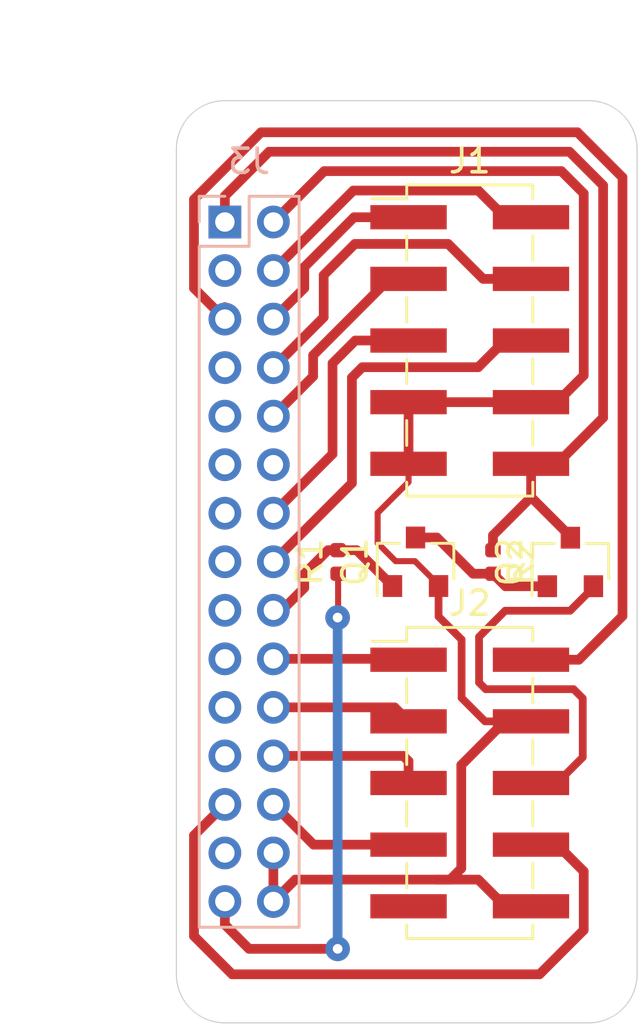
<source format=kicad_pcb>
(kicad_pcb (version 20171130) (host pcbnew 5.1.4-e60b266~84~ubuntu16.04.1)

  (general
    (thickness 1.6)
    (drawings 10)
    (tracks 135)
    (zones 0)
    (modules 7)
    (nets 19)
  )

  (page A4)
  (layers
    (0 F.Cu signal)
    (31 B.Cu signal)
    (34 B.Paste user hide)
    (35 F.Paste user hide)
    (36 B.SilkS user hide)
    (37 F.SilkS user hide)
    (38 B.Mask user hide)
    (39 F.Mask user hide)
    (44 Edge.Cuts user)
    (45 Margin user hide)
    (46 B.CrtYd user)
    (47 F.CrtYd user)
    (48 B.Fab user hide)
    (49 F.Fab user hide)
  )

  (setup
    (last_trace_width 0.4)
    (user_trace_width 0.25)
    (user_trace_width 0.32)
    (trace_clearance 0.4)
    (zone_clearance 0.508)
    (zone_45_only no)
    (trace_min 0.2)
    (via_size 0.8)
    (via_drill 0.4)
    (via_min_size 0.4)
    (via_min_drill 0.3)
    (uvia_size 0.3)
    (uvia_drill 0.1)
    (uvias_allowed no)
    (uvia_min_size 0.2)
    (uvia_min_drill 0.1)
    (edge_width 0.05)
    (segment_width 0.2)
    (pcb_text_width 0.3)
    (pcb_text_size 1.5 1.5)
    (mod_edge_width 0.12)
    (mod_text_size 1 1)
    (mod_text_width 0.15)
    (pad_size 1.524 1.524)
    (pad_drill 0.762)
    (pad_to_mask_clearance 0.051)
    (solder_mask_min_width 0.25)
    (aux_axis_origin 81.5 138.25)
    (visible_elements FFFFFF7F)
    (pcbplotparams
      (layerselection 0x01000_7fffffff)
      (usegerberextensions false)
      (usegerberattributes false)
      (usegerberadvancedattributes false)
      (creategerberjobfile false)
      (excludeedgelayer true)
      (linewidth 0.100000)
      (plotframeref false)
      (viasonmask false)
      (mode 1)
      (useauxorigin true)
      (hpglpennumber 1)
      (hpglpenspeed 20)
      (hpglpendiameter 15.000000)
      (psnegative false)
      (psa4output false)
      (plotreference true)
      (plotvalue true)
      (plotinvisibletext false)
      (padsonsilk false)
      (subtractmaskfromsilk false)
      (outputformat 1)
      (mirror false)
      (drillshape 0)
      (scaleselection 1)
      (outputdirectory "gerber/"))
  )

  (net 0 "")
  (net 1 /5V)
  (net 2 /GND)
  (net 3 /RST)
  (net 4 /EN)
  (net 5 /LED2)
  (net 6 /SW2)
  (net 7 /LED1)
  (net 8 /SW3)
  (net 9 /SW5)
  (net 10 /SW4)
  (net 11 /SW1a)
  (net 12 /D6)
  (net 13 /D7)
  (net 14 /D4)
  (net 15 /D5)
  (net 16 /LED1-SGNL)
  (net 17 "Net-(Q1-Pad3)")
  (net 18 /1V8)

  (net_class Default "This is the default net class."
    (clearance 0.4)
    (trace_width 0.4)
    (via_dia 0.8)
    (via_drill 0.4)
    (uvia_dia 0.3)
    (uvia_drill 0.1)
    (diff_pair_width 0.4)
    (diff_pair_gap 0.4)
    (add_net /1V8)
    (add_net /5V)
    (add_net /D4)
    (add_net /D5)
    (add_net /D6)
    (add_net /D7)
    (add_net /EN)
    (add_net /GND)
    (add_net /LED1)
    (add_net /LED1-SGNL)
    (add_net /LED2)
    (add_net /NC)
    (add_net /RST)
    (add_net /SW1a)
    (add_net /SW2)
    (add_net /SW3)
    (add_net /SW4)
    (add_net /SW5)
    (add_net "Net-(J3-Pad11)")
    (add_net "Net-(J3-Pad12)")
    (add_net "Net-(J3-Pad13)")
    (add_net "Net-(J3-Pad15)")
    (add_net "Net-(J3-Pad17)")
    (add_net "Net-(J3-Pad19)")
    (add_net "Net-(J3-Pad21)")
    (add_net "Net-(J3-Pad23)")
    (add_net "Net-(J3-Pad27)")
    (add_net "Net-(J3-Pad3)")
    (add_net "Net-(J3-Pad7)")
    (add_net "Net-(J3-Pad9)")
    (add_net "Net-(Q1-Pad3)")
  )

  (module Connector_PinHeader_2.54mm:PinHeader_2x05_P2.54mm_Vertical_SMD (layer F.Cu) (tedit 59FED5CC) (tstamp 5E0A81A8)
    (at 93.6 128.366666)
    (descr "surface-mounted straight pin header, 2x05, 2.54mm pitch, double rows")
    (tags "Surface mounted pin header SMD 2x05 2.54mm double row")
    (path /5DF93079)
    (attr smd)
    (fp_text reference J2 (at 0 -7.41) (layer F.SilkS)
      (effects (font (size 1 1) (thickness 0.15)))
    )
    (fp_text value Conn_02x05_Odd_Even (at 0 7.41) (layer F.Fab)
      (effects (font (size 1 1) (thickness 0.15)))
    )
    (fp_line (start 2.54 6.35) (end -2.54 6.35) (layer F.Fab) (width 0.1))
    (fp_line (start -1.59 -6.35) (end 2.54 -6.35) (layer F.Fab) (width 0.1))
    (fp_line (start -2.54 6.35) (end -2.54 -5.4) (layer F.Fab) (width 0.1))
    (fp_line (start -2.54 -5.4) (end -1.59 -6.35) (layer F.Fab) (width 0.1))
    (fp_line (start 2.54 -6.35) (end 2.54 6.35) (layer F.Fab) (width 0.1))
    (fp_line (start -2.54 -5.4) (end -3.6 -5.4) (layer F.Fab) (width 0.1))
    (fp_line (start -3.6 -5.4) (end -3.6 -4.76) (layer F.Fab) (width 0.1))
    (fp_line (start -3.6 -4.76) (end -2.54 -4.76) (layer F.Fab) (width 0.1))
    (fp_line (start 2.54 -5.4) (end 3.6 -5.4) (layer F.Fab) (width 0.1))
    (fp_line (start 3.6 -5.4) (end 3.6 -4.76) (layer F.Fab) (width 0.1))
    (fp_line (start 3.6 -4.76) (end 2.54 -4.76) (layer F.Fab) (width 0.1))
    (fp_line (start -2.54 -2.86) (end -3.6 -2.86) (layer F.Fab) (width 0.1))
    (fp_line (start -3.6 -2.86) (end -3.6 -2.22) (layer F.Fab) (width 0.1))
    (fp_line (start -3.6 -2.22) (end -2.54 -2.22) (layer F.Fab) (width 0.1))
    (fp_line (start 2.54 -2.86) (end 3.6 -2.86) (layer F.Fab) (width 0.1))
    (fp_line (start 3.6 -2.86) (end 3.6 -2.22) (layer F.Fab) (width 0.1))
    (fp_line (start 3.6 -2.22) (end 2.54 -2.22) (layer F.Fab) (width 0.1))
    (fp_line (start -2.54 -0.32) (end -3.6 -0.32) (layer F.Fab) (width 0.1))
    (fp_line (start -3.6 -0.32) (end -3.6 0.32) (layer F.Fab) (width 0.1))
    (fp_line (start -3.6 0.32) (end -2.54 0.32) (layer F.Fab) (width 0.1))
    (fp_line (start 2.54 -0.32) (end 3.6 -0.32) (layer F.Fab) (width 0.1))
    (fp_line (start 3.6 -0.32) (end 3.6 0.32) (layer F.Fab) (width 0.1))
    (fp_line (start 3.6 0.32) (end 2.54 0.32) (layer F.Fab) (width 0.1))
    (fp_line (start -2.54 2.22) (end -3.6 2.22) (layer F.Fab) (width 0.1))
    (fp_line (start -3.6 2.22) (end -3.6 2.86) (layer F.Fab) (width 0.1))
    (fp_line (start -3.6 2.86) (end -2.54 2.86) (layer F.Fab) (width 0.1))
    (fp_line (start 2.54 2.22) (end 3.6 2.22) (layer F.Fab) (width 0.1))
    (fp_line (start 3.6 2.22) (end 3.6 2.86) (layer F.Fab) (width 0.1))
    (fp_line (start 3.6 2.86) (end 2.54 2.86) (layer F.Fab) (width 0.1))
    (fp_line (start -2.54 4.76) (end -3.6 4.76) (layer F.Fab) (width 0.1))
    (fp_line (start -3.6 4.76) (end -3.6 5.4) (layer F.Fab) (width 0.1))
    (fp_line (start -3.6 5.4) (end -2.54 5.4) (layer F.Fab) (width 0.1))
    (fp_line (start 2.54 4.76) (end 3.6 4.76) (layer F.Fab) (width 0.1))
    (fp_line (start 3.6 4.76) (end 3.6 5.4) (layer F.Fab) (width 0.1))
    (fp_line (start 3.6 5.4) (end 2.54 5.4) (layer F.Fab) (width 0.1))
    (fp_line (start -2.6 -6.41) (end 2.6 -6.41) (layer F.SilkS) (width 0.12))
    (fp_line (start -2.6 6.41) (end 2.6 6.41) (layer F.SilkS) (width 0.12))
    (fp_line (start -4.04 -5.84) (end -2.6 -5.84) (layer F.SilkS) (width 0.12))
    (fp_line (start -2.6 -6.41) (end -2.6 -5.84) (layer F.SilkS) (width 0.12))
    (fp_line (start 2.6 -6.41) (end 2.6 -5.84) (layer F.SilkS) (width 0.12))
    (fp_line (start -2.6 5.84) (end -2.6 6.41) (layer F.SilkS) (width 0.12))
    (fp_line (start 2.6 5.84) (end 2.6 6.41) (layer F.SilkS) (width 0.12))
    (fp_line (start -2.6 -4.32) (end -2.6 -3.3) (layer F.SilkS) (width 0.12))
    (fp_line (start 2.6 -4.32) (end 2.6 -3.3) (layer F.SilkS) (width 0.12))
    (fp_line (start -2.6 -1.78) (end -2.6 -0.76) (layer F.SilkS) (width 0.12))
    (fp_line (start 2.6 -1.78) (end 2.6 -0.76) (layer F.SilkS) (width 0.12))
    (fp_line (start -2.6 0.76) (end -2.6 1.78) (layer F.SilkS) (width 0.12))
    (fp_line (start 2.6 0.76) (end 2.6 1.78) (layer F.SilkS) (width 0.12))
    (fp_line (start -2.6 3.3) (end -2.6 4.32) (layer F.SilkS) (width 0.12))
    (fp_line (start 2.6 3.3) (end 2.6 4.32) (layer F.SilkS) (width 0.12))
    (fp_line (start -5.9 -6.85) (end -5.9 6.85) (layer F.CrtYd) (width 0.05))
    (fp_line (start -5.9 6.85) (end 5.9 6.85) (layer F.CrtYd) (width 0.05))
    (fp_line (start 5.9 6.85) (end 5.9 -6.85) (layer F.CrtYd) (width 0.05))
    (fp_line (start 5.9 -6.85) (end -5.9 -6.85) (layer F.CrtYd) (width 0.05))
    (fp_text user %R (at 0 0 90) (layer F.Fab)
      (effects (font (size 1 1) (thickness 0.15)))
    )
    (pad 1 smd rect (at -2.525 -5.08) (size 3.15 1) (layers F.Cu F.Paste F.Mask)
      (net 10 /SW4))
    (pad 2 smd rect (at 2.525 -5.08) (size 3.15 1) (layers F.Cu F.Paste F.Mask)
      (net 11 /SW1a))
    (pad 3 smd rect (at -2.525 -2.54) (size 3.15 1) (layers F.Cu F.Paste F.Mask)
      (net 9 /SW5))
    (pad 4 smd rect (at 2.525 -2.54) (size 3.15 1) (layers F.Cu F.Paste F.Mask)
      (net 2 /GND))
    (pad 5 smd rect (at -2.525 0) (size 3.15 1) (layers F.Cu F.Paste F.Mask)
      (net 8 /SW3))
    (pad 6 smd rect (at 2.525 0) (size 3.15 1) (layers F.Cu F.Paste F.Mask)
      (net 7 /LED1))
    (pad 7 smd rect (at -2.525 2.54) (size 3.15 1) (layers F.Cu F.Paste F.Mask)
      (net 6 /SW2))
    (pad 8 smd rect (at 2.525 2.54) (size 3.15 1) (layers F.Cu F.Paste F.Mask)
      (net 5 /LED2))
    (pad 9 smd rect (at -2.525 5.08) (size 3.15 1) (layers F.Cu F.Paste F.Mask))
    (pad 10 smd rect (at 2.525 5.08) (size 3.15 1) (layers F.Cu F.Paste F.Mask)
      (net 2 /GND))
    (model ${KISYS3DMOD}/Connector_PinHeader_2.54mm.3dshapes/PinHeader_2x05_P2.54mm_Vertical_SMD.wrl
      (at (xyz 0 0 0))
      (scale (xyz 1 1 1))
      (rotate (xyz 0 0 0))
    )
  )

  (module Connector_PinSocket_2.00mm:PinSocket_2x15_P2.00mm_Vertical (layer B.Cu) (tedit 5A19A42C) (tstamp 5E08AAC8)
    (at 83.5 105.25 180)
    (descr "Through hole straight socket strip, 2x15, 2.00mm pitch, double cols (from Kicad 4.0.7), script generated")
    (tags "Through hole socket strip THT 2x15 2.00mm double row")
    (path /5DF95190)
    (fp_text reference J3 (at -1 2.5) (layer B.SilkS)
      (effects (font (size 1 1) (thickness 0.15)) (justify mirror))
    )
    (fp_text value Conn_02x15_Odd_Even (at -1 -30.5) (layer B.Fab)
      (effects (font (size 1 1) (thickness 0.15)) (justify mirror))
    )
    (fp_text user %R (at -1 -14 270) (layer B.Fab)
      (effects (font (size 1 1) (thickness 0.15)) (justify mirror))
    )
    (fp_line (start -3.5 -29.5) (end -3.5 1.5) (layer B.CrtYd) (width 0.05))
    (fp_line (start 1.5 -29.5) (end -3.5 -29.5) (layer B.CrtYd) (width 0.05))
    (fp_line (start 1.5 1.5) (end 1.5 -29.5) (layer B.CrtYd) (width 0.05))
    (fp_line (start -3.5 1.5) (end 1.5 1.5) (layer B.CrtYd) (width 0.05))
    (fp_line (start 0 1.06) (end 1.06 1.06) (layer B.SilkS) (width 0.12))
    (fp_line (start 1.06 1.06) (end 1.06 0) (layer B.SilkS) (width 0.12))
    (fp_line (start -1 1.06) (end -1 -1) (layer B.SilkS) (width 0.12))
    (fp_line (start -1 -1) (end 1.06 -1) (layer B.SilkS) (width 0.12))
    (fp_line (start 1.06 -1) (end 1.06 -29.06) (layer B.SilkS) (width 0.12))
    (fp_line (start -3.06 -29.06) (end 1.06 -29.06) (layer B.SilkS) (width 0.12))
    (fp_line (start -3.06 1.06) (end -3.06 -29.06) (layer B.SilkS) (width 0.12))
    (fp_line (start -3.06 1.06) (end -1 1.06) (layer B.SilkS) (width 0.12))
    (fp_line (start -3 -29) (end -3 1) (layer B.Fab) (width 0.1))
    (fp_line (start 1 -29) (end -3 -29) (layer B.Fab) (width 0.1))
    (fp_line (start 1 0) (end 1 -29) (layer B.Fab) (width 0.1))
    (fp_line (start 0 1) (end 1 0) (layer B.Fab) (width 0.1))
    (fp_line (start -3 1) (end 0 1) (layer B.Fab) (width 0.1))
    (pad 30 thru_hole oval (at -2 -28 180) (size 1.35 1.35) (drill 0.8) (layers *.Cu *.Mask)
      (net 2 /GND))
    (pad 29 thru_hole oval (at 0 -28 180) (size 1.35 1.35) (drill 0.8) (layers *.Cu *.Mask)
      (net 18 /1V8))
    (pad 28 thru_hole oval (at -2 -26 180) (size 1.35 1.35) (drill 0.8) (layers *.Cu *.Mask)
      (net 2 /GND))
    (pad 27 thru_hole oval (at 0 -26 180) (size 1.35 1.35) (drill 0.8) (layers *.Cu *.Mask))
    (pad 26 thru_hole oval (at -2 -24 180) (size 1.35 1.35) (drill 0.8) (layers *.Cu *.Mask)
      (net 6 /SW2))
    (pad 25 thru_hole oval (at 0 -24 180) (size 1.35 1.35) (drill 0.8) (layers *.Cu *.Mask)
      (net 5 /LED2))
    (pad 24 thru_hole oval (at -2 -22 180) (size 1.35 1.35) (drill 0.8) (layers *.Cu *.Mask)
      (net 8 /SW3))
    (pad 23 thru_hole oval (at 0 -22 180) (size 1.35 1.35) (drill 0.8) (layers *.Cu *.Mask))
    (pad 22 thru_hole oval (at -2 -20 180) (size 1.35 1.35) (drill 0.8) (layers *.Cu *.Mask)
      (net 9 /SW5))
    (pad 21 thru_hole oval (at 0 -20 180) (size 1.35 1.35) (drill 0.8) (layers *.Cu *.Mask))
    (pad 20 thru_hole oval (at -2 -18 180) (size 1.35 1.35) (drill 0.8) (layers *.Cu *.Mask)
      (net 10 /SW4))
    (pad 19 thru_hole oval (at 0 -18 180) (size 1.35 1.35) (drill 0.8) (layers *.Cu *.Mask))
    (pad 18 thru_hole oval (at -2 -16 180) (size 1.35 1.35) (drill 0.8) (layers *.Cu *.Mask)
      (net 16 /LED1-SGNL))
    (pad 17 thru_hole oval (at 0 -16 180) (size 1.35 1.35) (drill 0.8) (layers *.Cu *.Mask))
    (pad 16 thru_hole oval (at -2 -14 180) (size 1.35 1.35) (drill 0.8) (layers *.Cu *.Mask)
      (net 4 /EN))
    (pad 15 thru_hole oval (at 0 -14 180) (size 1.35 1.35) (drill 0.8) (layers *.Cu *.Mask))
    (pad 14 thru_hole oval (at -2 -12 180) (size 1.35 1.35) (drill 0.8) (layers *.Cu *.Mask)
      (net 3 /RST))
    (pad 13 thru_hole oval (at 0 -12 180) (size 1.35 1.35) (drill 0.8) (layers *.Cu *.Mask))
    (pad 12 thru_hole oval (at -2 -10 180) (size 1.35 1.35) (drill 0.8) (layers *.Cu *.Mask))
    (pad 11 thru_hole oval (at 0 -10 180) (size 1.35 1.35) (drill 0.8) (layers *.Cu *.Mask))
    (pad 10 thru_hole oval (at -2 -8 180) (size 1.35 1.35) (drill 0.8) (layers *.Cu *.Mask)
      (net 14 /D4))
    (pad 9 thru_hole oval (at 0 -8 180) (size 1.35 1.35) (drill 0.8) (layers *.Cu *.Mask))
    (pad 8 thru_hole oval (at -2 -6 180) (size 1.35 1.35) (drill 0.8) (layers *.Cu *.Mask)
      (net 15 /D5))
    (pad 7 thru_hole oval (at 0 -6 180) (size 1.35 1.35) (drill 0.8) (layers *.Cu *.Mask))
    (pad 6 thru_hole oval (at -2 -4 180) (size 1.35 1.35) (drill 0.8) (layers *.Cu *.Mask)
      (net 12 /D6))
    (pad 5 thru_hole oval (at 0 -4 180) (size 1.35 1.35) (drill 0.8) (layers *.Cu *.Mask)
      (net 11 /SW1a))
    (pad 4 thru_hole oval (at -2 -2 180) (size 1.35 1.35) (drill 0.8) (layers *.Cu *.Mask)
      (net 13 /D7))
    (pad 3 thru_hole oval (at 0 -2 180) (size 1.35 1.35) (drill 0.8) (layers *.Cu *.Mask))
    (pad 2 thru_hole oval (at -2 0 180) (size 1.35 1.35) (drill 0.8) (layers *.Cu *.Mask)
      (net 2 /GND))
    (pad 1 thru_hole rect (at 0 0 180) (size 1.35 1.35) (drill 0.8) (layers *.Cu *.Mask)
      (net 1 /5V))
    (model ${KISYS3DMOD}/Connector_PinSocket_2.00mm.3dshapes/PinSocket_2x15_P2.00mm_Vertical.wrl
      (at (xyz 0 0 0))
      (scale (xyz 1 1 1))
      (rotate (xyz 0 0 0))
    )
  )

  (module Resistor_SMD:R_0402_1005Metric (layer F.Cu) (tedit 5B301BBD) (tstamp 5E24AF96)
    (at 94.556666 119.258 270)
    (descr "Resistor SMD 0402 (1005 Metric), square (rectangular) end terminal, IPC_7351 nominal, (Body size source: http://www.tortai-tech.com/upload/download/2011102023233369053.pdf), generated with kicad-footprint-generator")
    (tags resistor)
    (path /5E262BDF)
    (attr smd)
    (fp_text reference R2 (at 0 -1.17 90) (layer F.SilkS)
      (effects (font (size 1 1) (thickness 0.15)))
    )
    (fp_text value 10K (at 0 1.17 90) (layer F.Fab)
      (effects (font (size 1 1) (thickness 0.15)))
    )
    (fp_text user %R (at 0 0 90) (layer F.Fab)
      (effects (font (size 0.25 0.25) (thickness 0.04)))
    )
    (fp_line (start 0.93 0.47) (end -0.93 0.47) (layer F.CrtYd) (width 0.05))
    (fp_line (start 0.93 -0.47) (end 0.93 0.47) (layer F.CrtYd) (width 0.05))
    (fp_line (start -0.93 -0.47) (end 0.93 -0.47) (layer F.CrtYd) (width 0.05))
    (fp_line (start -0.93 0.47) (end -0.93 -0.47) (layer F.CrtYd) (width 0.05))
    (fp_line (start 0.5 0.25) (end -0.5 0.25) (layer F.Fab) (width 0.1))
    (fp_line (start 0.5 -0.25) (end 0.5 0.25) (layer F.Fab) (width 0.1))
    (fp_line (start -0.5 -0.25) (end 0.5 -0.25) (layer F.Fab) (width 0.1))
    (fp_line (start -0.5 0.25) (end -0.5 -0.25) (layer F.Fab) (width 0.1))
    (pad 2 smd roundrect (at 0.485 0 270) (size 0.59 0.64) (layers F.Cu F.Paste F.Mask) (roundrect_rratio 0.25)
      (net 17 "Net-(Q1-Pad3)"))
    (pad 1 smd roundrect (at -0.485 0 270) (size 0.59 0.64) (layers F.Cu F.Paste F.Mask) (roundrect_rratio 0.25)
      (net 1 /5V))
    (model ${KISYS3DMOD}/Resistor_SMD.3dshapes/R_0402_1005Metric.wrl
      (at (xyz 0 0 0))
      (scale (xyz 1 1 1))
      (rotate (xyz 0 0 0))
    )
  )

  (module Package_TO_SOT_SMD:SOT-23 (layer F.Cu) (tedit 5A02FF57) (tstamp 5E24D760)
    (at 97.75 119.258 90)
    (descr "SOT-23, Standard")
    (tags SOT-23)
    (path /5E28545A)
    (attr smd)
    (fp_text reference Q2 (at 0 -2.5 90) (layer F.SilkS)
      (effects (font (size 1 1) (thickness 0.15)))
    )
    (fp_text value BSS138 (at 0 2.5 90) (layer F.Fab)
      (effects (font (size 1 1) (thickness 0.15)))
    )
    (fp_line (start 0.76 1.58) (end -0.7 1.58) (layer F.SilkS) (width 0.12))
    (fp_line (start 0.76 -1.58) (end -1.4 -1.58) (layer F.SilkS) (width 0.12))
    (fp_line (start -1.7 1.75) (end -1.7 -1.75) (layer F.CrtYd) (width 0.05))
    (fp_line (start 1.7 1.75) (end -1.7 1.75) (layer F.CrtYd) (width 0.05))
    (fp_line (start 1.7 -1.75) (end 1.7 1.75) (layer F.CrtYd) (width 0.05))
    (fp_line (start -1.7 -1.75) (end 1.7 -1.75) (layer F.CrtYd) (width 0.05))
    (fp_line (start 0.76 -1.58) (end 0.76 -0.65) (layer F.SilkS) (width 0.12))
    (fp_line (start 0.76 1.58) (end 0.76 0.65) (layer F.SilkS) (width 0.12))
    (fp_line (start -0.7 1.52) (end 0.7 1.52) (layer F.Fab) (width 0.1))
    (fp_line (start 0.7 -1.52) (end 0.7 1.52) (layer F.Fab) (width 0.1))
    (fp_line (start -0.7 -0.95) (end -0.15 -1.52) (layer F.Fab) (width 0.1))
    (fp_line (start -0.15 -1.52) (end 0.7 -1.52) (layer F.Fab) (width 0.1))
    (fp_line (start -0.7 -0.95) (end -0.7 1.5) (layer F.Fab) (width 0.1))
    (fp_text user %R (at 0 0) (layer F.Fab)
      (effects (font (size 0.5 0.5) (thickness 0.075)))
    )
    (pad 3 smd rect (at 1 0 90) (size 0.9 0.8) (layers F.Cu F.Paste F.Mask)
      (net 1 /5V))
    (pad 2 smd rect (at -1 0.95 90) (size 0.9 0.8) (layers F.Cu F.Paste F.Mask)
      (net 7 /LED1))
    (pad 1 smd rect (at -1 -0.95 90) (size 0.9 0.8) (layers F.Cu F.Paste F.Mask)
      (net 17 "Net-(Q1-Pad3)"))
    (model ${KISYS3DMOD}/Package_TO_SOT_SMD.3dshapes/SOT-23.wrl
      (at (xyz 0 0 0))
      (scale (xyz 1 1 1))
      (rotate (xyz 0 0 0))
    )
  )

  (module Package_TO_SOT_SMD:SOT-23 (layer F.Cu) (tedit 5A02FF57) (tstamp 5E250A9B)
    (at 91.363333 119.25 90)
    (descr "SOT-23, Standard")
    (tags SOT-23)
    (path /5E1860F1)
    (attr smd)
    (fp_text reference Q1 (at 0 -2.5 90) (layer F.SilkS)
      (effects (font (size 1 1) (thickness 0.15)))
    )
    (fp_text value BSS138 (at 0 2.5 90) (layer F.Fab)
      (effects (font (size 1 1) (thickness 0.15)))
    )
    (fp_line (start 0.76 1.58) (end -0.7 1.58) (layer F.SilkS) (width 0.12))
    (fp_line (start 0.76 -1.58) (end -1.4 -1.58) (layer F.SilkS) (width 0.12))
    (fp_line (start -1.7 1.75) (end -1.7 -1.75) (layer F.CrtYd) (width 0.05))
    (fp_line (start 1.7 1.75) (end -1.7 1.75) (layer F.CrtYd) (width 0.05))
    (fp_line (start 1.7 -1.75) (end 1.7 1.75) (layer F.CrtYd) (width 0.05))
    (fp_line (start -1.7 -1.75) (end 1.7 -1.75) (layer F.CrtYd) (width 0.05))
    (fp_line (start 0.76 -1.58) (end 0.76 -0.65) (layer F.SilkS) (width 0.12))
    (fp_line (start 0.76 1.58) (end 0.76 0.65) (layer F.SilkS) (width 0.12))
    (fp_line (start -0.7 1.52) (end 0.7 1.52) (layer F.Fab) (width 0.1))
    (fp_line (start 0.7 -1.52) (end 0.7 1.52) (layer F.Fab) (width 0.1))
    (fp_line (start -0.7 -0.95) (end -0.15 -1.52) (layer F.Fab) (width 0.1))
    (fp_line (start -0.15 -1.52) (end 0.7 -1.52) (layer F.Fab) (width 0.1))
    (fp_line (start -0.7 -0.95) (end -0.7 1.5) (layer F.Fab) (width 0.1))
    (fp_text user %R (at 0 0) (layer F.Fab)
      (effects (font (size 0.5 0.5) (thickness 0.075)))
    )
    (pad 3 smd rect (at 1 0 90) (size 0.9 0.8) (layers F.Cu F.Paste F.Mask)
      (net 17 "Net-(Q1-Pad3)"))
    (pad 2 smd rect (at -1 0.95 90) (size 0.9 0.8) (layers F.Cu F.Paste F.Mask)
      (net 2 /GND))
    (pad 1 smd rect (at -1 -0.95 90) (size 0.9 0.8) (layers F.Cu F.Paste F.Mask)
      (net 16 /LED1-SGNL))
    (model ${KISYS3DMOD}/Package_TO_SOT_SMD.3dshapes/SOT-23.wrl
      (at (xyz 0 0 0))
      (scale (xyz 1 1 1))
      (rotate (xyz 0 0 0))
    )
  )

  (module Resistor_SMD:R_0402_1005Metric (layer F.Cu) (tedit 5B301BBD) (tstamp 5E24AF87)
    (at 88.17 119.258 90)
    (descr "Resistor SMD 0402 (1005 Metric), square (rectangular) end terminal, IPC_7351 nominal, (Body size source: http://www.tortai-tech.com/upload/download/2011102023233369053.pdf), generated with kicad-footprint-generator")
    (tags resistor)
    (path /5E24EF81)
    (attr smd)
    (fp_text reference R1 (at 0 -1.17 90) (layer F.SilkS)
      (effects (font (size 1 1) (thickness 0.15)))
    )
    (fp_text value 10K (at 0 1.17 90) (layer F.Fab)
      (effects (font (size 1 1) (thickness 0.15)))
    )
    (fp_line (start -0.5 0.25) (end -0.5 -0.25) (layer F.Fab) (width 0.1))
    (fp_line (start -0.5 -0.25) (end 0.5 -0.25) (layer F.Fab) (width 0.1))
    (fp_line (start 0.5 -0.25) (end 0.5 0.25) (layer F.Fab) (width 0.1))
    (fp_line (start 0.5 0.25) (end -0.5 0.25) (layer F.Fab) (width 0.1))
    (fp_line (start -0.93 0.47) (end -0.93 -0.47) (layer F.CrtYd) (width 0.05))
    (fp_line (start -0.93 -0.47) (end 0.93 -0.47) (layer F.CrtYd) (width 0.05))
    (fp_line (start 0.93 -0.47) (end 0.93 0.47) (layer F.CrtYd) (width 0.05))
    (fp_line (start 0.93 0.47) (end -0.93 0.47) (layer F.CrtYd) (width 0.05))
    (fp_text user %R (at 0 0 90) (layer F.Fab)
      (effects (font (size 0.25 0.25) (thickness 0.04)))
    )
    (pad 1 smd roundrect (at -0.485 0 90) (size 0.59 0.64) (layers F.Cu F.Paste F.Mask) (roundrect_rratio 0.25)
      (net 18 /1V8))
    (pad 2 smd roundrect (at 0.485 0 90) (size 0.59 0.64) (layers F.Cu F.Paste F.Mask) (roundrect_rratio 0.25)
      (net 16 /LED1-SGNL))
    (model ${KISYS3DMOD}/Resistor_SMD.3dshapes/R_0402_1005Metric.wrl
      (at (xyz 0 0 0))
      (scale (xyz 1 1 1))
      (rotate (xyz 0 0 0))
    )
  )

  (module Connector_PinHeader_2.54mm:PinHeader_2x05_P2.54mm_Vertical_SMD (layer F.Cu) (tedit 59FED5CC) (tstamp 5E0A7EFD)
    (at 93.6 110.133333)
    (descr "surface-mounted straight pin header, 2x05, 2.54mm pitch, double rows")
    (tags "Surface mounted pin header SMD 2x05 2.54mm double row")
    (path /5DF92636)
    (attr smd)
    (fp_text reference J1 (at 0 -7.41) (layer F.SilkS)
      (effects (font (size 1 1) (thickness 0.15)))
    )
    (fp_text value Conn_02x05_Odd_Even (at 0 7.41) (layer F.Fab)
      (effects (font (size 1 1) (thickness 0.15)))
    )
    (fp_line (start 2.54 6.35) (end -2.54 6.35) (layer F.Fab) (width 0.1))
    (fp_line (start -1.59 -6.35) (end 2.54 -6.35) (layer F.Fab) (width 0.1))
    (fp_line (start -2.54 6.35) (end -2.54 -5.4) (layer F.Fab) (width 0.1))
    (fp_line (start -2.54 -5.4) (end -1.59 -6.35) (layer F.Fab) (width 0.1))
    (fp_line (start 2.54 -6.35) (end 2.54 6.35) (layer F.Fab) (width 0.1))
    (fp_line (start -2.54 -5.4) (end -3.6 -5.4) (layer F.Fab) (width 0.1))
    (fp_line (start -3.6 -5.4) (end -3.6 -4.76) (layer F.Fab) (width 0.1))
    (fp_line (start -3.6 -4.76) (end -2.54 -4.76) (layer F.Fab) (width 0.1))
    (fp_line (start 2.54 -5.4) (end 3.6 -5.4) (layer F.Fab) (width 0.1))
    (fp_line (start 3.6 -5.4) (end 3.6 -4.76) (layer F.Fab) (width 0.1))
    (fp_line (start 3.6 -4.76) (end 2.54 -4.76) (layer F.Fab) (width 0.1))
    (fp_line (start -2.54 -2.86) (end -3.6 -2.86) (layer F.Fab) (width 0.1))
    (fp_line (start -3.6 -2.86) (end -3.6 -2.22) (layer F.Fab) (width 0.1))
    (fp_line (start -3.6 -2.22) (end -2.54 -2.22) (layer F.Fab) (width 0.1))
    (fp_line (start 2.54 -2.86) (end 3.6 -2.86) (layer F.Fab) (width 0.1))
    (fp_line (start 3.6 -2.86) (end 3.6 -2.22) (layer F.Fab) (width 0.1))
    (fp_line (start 3.6 -2.22) (end 2.54 -2.22) (layer F.Fab) (width 0.1))
    (fp_line (start -2.54 -0.32) (end -3.6 -0.32) (layer F.Fab) (width 0.1))
    (fp_line (start -3.6 -0.32) (end -3.6 0.32) (layer F.Fab) (width 0.1))
    (fp_line (start -3.6 0.32) (end -2.54 0.32) (layer F.Fab) (width 0.1))
    (fp_line (start 2.54 -0.32) (end 3.6 -0.32) (layer F.Fab) (width 0.1))
    (fp_line (start 3.6 -0.32) (end 3.6 0.32) (layer F.Fab) (width 0.1))
    (fp_line (start 3.6 0.32) (end 2.54 0.32) (layer F.Fab) (width 0.1))
    (fp_line (start -2.54 2.22) (end -3.6 2.22) (layer F.Fab) (width 0.1))
    (fp_line (start -3.6 2.22) (end -3.6 2.86) (layer F.Fab) (width 0.1))
    (fp_line (start -3.6 2.86) (end -2.54 2.86) (layer F.Fab) (width 0.1))
    (fp_line (start 2.54 2.22) (end 3.6 2.22) (layer F.Fab) (width 0.1))
    (fp_line (start 3.6 2.22) (end 3.6 2.86) (layer F.Fab) (width 0.1))
    (fp_line (start 3.6 2.86) (end 2.54 2.86) (layer F.Fab) (width 0.1))
    (fp_line (start -2.54 4.76) (end -3.6 4.76) (layer F.Fab) (width 0.1))
    (fp_line (start -3.6 4.76) (end -3.6 5.4) (layer F.Fab) (width 0.1))
    (fp_line (start -3.6 5.4) (end -2.54 5.4) (layer F.Fab) (width 0.1))
    (fp_line (start 2.54 4.76) (end 3.6 4.76) (layer F.Fab) (width 0.1))
    (fp_line (start 3.6 4.76) (end 3.6 5.4) (layer F.Fab) (width 0.1))
    (fp_line (start 3.6 5.4) (end 2.54 5.4) (layer F.Fab) (width 0.1))
    (fp_line (start -2.6 -6.41) (end 2.6 -6.41) (layer F.SilkS) (width 0.12))
    (fp_line (start -2.6 6.41) (end 2.6 6.41) (layer F.SilkS) (width 0.12))
    (fp_line (start -4.04 -5.84) (end -2.6 -5.84) (layer F.SilkS) (width 0.12))
    (fp_line (start -2.6 -6.41) (end -2.6 -5.84) (layer F.SilkS) (width 0.12))
    (fp_line (start 2.6 -6.41) (end 2.6 -5.84) (layer F.SilkS) (width 0.12))
    (fp_line (start -2.6 5.84) (end -2.6 6.41) (layer F.SilkS) (width 0.12))
    (fp_line (start 2.6 5.84) (end 2.6 6.41) (layer F.SilkS) (width 0.12))
    (fp_line (start -2.6 -4.32) (end -2.6 -3.3) (layer F.SilkS) (width 0.12))
    (fp_line (start 2.6 -4.32) (end 2.6 -3.3) (layer F.SilkS) (width 0.12))
    (fp_line (start -2.6 -1.78) (end -2.6 -0.76) (layer F.SilkS) (width 0.12))
    (fp_line (start 2.6 -1.78) (end 2.6 -0.76) (layer F.SilkS) (width 0.12))
    (fp_line (start -2.6 0.76) (end -2.6 1.78) (layer F.SilkS) (width 0.12))
    (fp_line (start 2.6 0.76) (end 2.6 1.78) (layer F.SilkS) (width 0.12))
    (fp_line (start -2.6 3.3) (end -2.6 4.32) (layer F.SilkS) (width 0.12))
    (fp_line (start 2.6 3.3) (end 2.6 4.32) (layer F.SilkS) (width 0.12))
    (fp_line (start -5.9 -6.85) (end -5.9 6.85) (layer F.CrtYd) (width 0.05))
    (fp_line (start -5.9 6.85) (end 5.9 6.85) (layer F.CrtYd) (width 0.05))
    (fp_line (start 5.9 6.85) (end 5.9 -6.85) (layer F.CrtYd) (width 0.05))
    (fp_line (start 5.9 -6.85) (end -5.9 -6.85) (layer F.CrtYd) (width 0.05))
    (fp_text user %R (at 0 0 90) (layer F.Fab)
      (effects (font (size 1 1) (thickness 0.15)))
    )
    (pad 1 smd rect (at -2.525 -5.08) (size 3.15 1) (layers F.Cu F.Paste F.Mask)
      (net 12 /D6))
    (pad 2 smd rect (at 2.525 -5.08) (size 3.15 1) (layers F.Cu F.Paste F.Mask)
      (net 13 /D7))
    (pad 3 smd rect (at -2.525 -2.54) (size 3.15 1) (layers F.Cu F.Paste F.Mask)
      (net 14 /D4))
    (pad 4 smd rect (at 2.525 -2.54) (size 3.15 1) (layers F.Cu F.Paste F.Mask)
      (net 15 /D5))
    (pad 5 smd rect (at -2.525 0) (size 3.15 1) (layers F.Cu F.Paste F.Mask)
      (net 3 /RST))
    (pad 6 smd rect (at 2.525 0) (size 3.15 1) (layers F.Cu F.Paste F.Mask)
      (net 4 /EN))
    (pad 7 smd rect (at -2.525 2.54) (size 3.15 1) (layers F.Cu F.Paste F.Mask)
      (net 2 /GND))
    (pad 8 smd rect (at 2.525 2.54) (size 3.15 1) (layers F.Cu F.Paste F.Mask)
      (net 2 /GND))
    (pad 9 smd rect (at -2.525 5.08) (size 3.15 1) (layers F.Cu F.Paste F.Mask)
      (net 2 /GND))
    (pad 10 smd rect (at 2.525 5.08) (size 3.15 1) (layers F.Cu F.Paste F.Mask)
      (net 1 /5V))
    (model ${KISYS3DMOD}/Connector_PinHeader_2.54mm.3dshapes/PinHeader_2x05_P2.54mm_Vertical_SMD.wrl
      (at (xyz 0 0 0))
      (scale (xyz 1 1 1))
      (rotate (xyz 0 0 0))
    )
  )

  (dimension 19 (width 0.12) (layer F.CrtYd)
    (gr_text "19.000 mm" (at 91 96.83) (layer F.CrtYd)
      (effects (font (size 1 1) (thickness 0.15)))
    )
    (feature1 (pts (xy 100.5 102.25) (xy 100.5 97.513579)))
    (feature2 (pts (xy 81.5 102.25) (xy 81.5 97.513579)))
    (crossbar (pts (xy 81.5 98.1) (xy 100.5 98.1)))
    (arrow1a (pts (xy 100.5 98.1) (xy 99.373496 98.686421)))
    (arrow1b (pts (xy 100.5 98.1) (xy 99.373496 97.513579)))
    (arrow2a (pts (xy 81.5 98.1) (xy 82.626504 98.686421)))
    (arrow2b (pts (xy 81.5 98.1) (xy 82.626504 97.513579)))
  )
  (gr_arc (start 83.5 136.25) (end 81.5 136.25) (angle -90) (layer Edge.Cuts) (width 0.05))
  (gr_arc (start 98.5 102.25) (end 100.5 102.25) (angle -90) (layer Edge.Cuts) (width 0.05))
  (gr_arc (start 98.5 136.25) (end 98.5 138.25) (angle -90) (layer Edge.Cuts) (width 0.05))
  (gr_line (start 100.5 102.25) (end 100.5 136.25) (layer Edge.Cuts) (width 0.05) (tstamp 5E255A71))
  (gr_arc (start 83.5 102.25) (end 83.5 100.25) (angle -90) (layer Edge.Cuts) (width 0.05))
  (dimension 38 (width 0.12) (layer F.CrtYd)
    (gr_text "38.000 mm" (at 77.92 119.25 90) (layer F.CrtYd)
      (effects (font (size 1 1) (thickness 0.15)))
    )
    (feature1 (pts (xy 81.5 100.25) (xy 78.603579 100.25)))
    (feature2 (pts (xy 81.5 138.25) (xy 78.603579 138.25)))
    (crossbar (pts (xy 79.19 138.25) (xy 79.19 100.25)))
    (arrow1a (pts (xy 79.19 100.25) (xy 79.776421 101.376504)))
    (arrow1b (pts (xy 79.19 100.25) (xy 78.603579 101.376504)))
    (arrow2a (pts (xy 79.19 138.25) (xy 79.776421 137.123496)))
    (arrow2b (pts (xy 79.19 138.25) (xy 78.603579 137.123496)))
  )
  (gr_line (start 81.5 102.25) (end 81.5 136.25) (layer Edge.Cuts) (width 0.05) (tstamp 5E0A7FA9))
  (gr_line (start 83.5 138.25) (end 98.5 138.25) (layer Edge.Cuts) (width 0.05) (tstamp 5E0A7C0E))
  (gr_line (start 83.5 100.25) (end 98.5 100.25) (layer Edge.Cuts) (width 0.05) (tstamp 5E0A7C0C))

  (via (at 88.15 121.55) (size 1.016) (drill 0.4) (layers F.Cu B.Cu) (net 18))
  (via (at 88.15 135.2) (size 1.016) (drill 0.4) (layers F.Cu B.Cu) (net 18) (tstamp 5E25DDA5))
  (segment (start 97.711365 102.353312) (end 99.100011 103.741958) (width 0.4) (layer F.Cu) (net 1))
  (segment (start 83.5 104.175) (end 85.321688 102.353312) (width 0.4) (layer F.Cu) (net 1))
  (segment (start 85.321688 102.353312) (end 97.711365 102.353312) (width 0.4) (layer F.Cu) (net 1))
  (segment (start 83.5 105.25) (end 83.5 104.175) (width 0.4) (layer F.Cu) (net 1))
  (segment (start 99.100011 113.313322) (end 97.2 115.213333) (width 0.4) (layer F.Cu) (net 1))
  (segment (start 99.100011 103.741958) (end 99.100011 113.313322) (width 0.4) (layer F.Cu) (net 1))
  (segment (start 97.2 115.213333) (end 96.125 115.213333) (width 0.4) (layer F.Cu) (net 1))
  (segment (start 97.75 118.208) (end 96.13 116.588) (width 0.4) (layer F.Cu) (net 1))
  (segment (start 97.75 118.258) (end 97.75 118.208) (width 0.4) (layer F.Cu) (net 1))
  (segment (start 96.13 116.588) (end 96.13 115.32) (width 0.4) (layer F.Cu) (net 1))
  (segment (start 94.556666 118.161334) (end 96.13 116.588) (width 0.4) (layer F.Cu) (net 1))
  (segment (start 94.556666 118.773) (end 94.556666 118.161334) (width 0.4) (layer F.Cu) (net 1))
  (segment (start 98.300001 104.073332) (end 98.300001 111.573332) (width 0.4) (layer F.Cu) (net 2))
  (segment (start 97.379991 103.153322) (end 98.300001 104.073332) (width 0.4) (layer F.Cu) (net 2))
  (segment (start 97.2 112.673333) (end 96.125 112.673333) (width 0.4) (layer F.Cu) (net 2))
  (segment (start 98.300001 111.573332) (end 97.2 112.673333) (width 0.4) (layer F.Cu) (net 2))
  (segment (start 87.596678 103.153322) (end 97.379991 103.153322) (width 0.4) (layer F.Cu) (net 2))
  (segment (start 85.5 105.25) (end 87.596678 103.153322) (width 0.4) (layer F.Cu) (net 2))
  (segment (start 93.05 112.673333) (end 96.125 112.673333) (width 0.4) (layer F.Cu) (net 2))
  (segment (start 91.075 112.673333) (end 93.05 112.673333) (width 0.4) (layer F.Cu) (net 2))
  (segment (start 91.075 115.213333) (end 91.075 112.673333) (width 0.4) (layer F.Cu) (net 2))
  (segment (start 85.5 131.25) (end 85.5 133.25) (width 0.4) (layer F.Cu) (net 2))
  (segment (start 85.5 133.25) (end 86.403335 132.346665) (width 0.4) (layer F.Cu) (net 2))
  (segment (start 93.263322 124.859988) (end 94.23 125.826666) (width 0.32) (layer F.Cu) (net 2))
  (segment (start 94.23 125.826666) (end 96.125 125.826666) (width 0.32) (layer F.Cu) (net 2))
  (segment (start 96.125 133.446666) (end 95.05 133.446666) (width 0.4) (layer F.Cu) (net 2))
  (segment (start 86.403335 132.346665) (end 92.214665 132.346665) (width 0.4) (layer F.Cu) (net 2))
  (segment (start 92.214665 132.346665) (end 92.790003 132.346665) (width 0.4) (layer F.Cu) (net 2))
  (segment (start 95.05 125.826666) (end 96.125 125.826666) (width 0.4) (layer F.Cu) (net 2))
  (segment (start 93.250001 131.886667) (end 93.250001 127.626665) (width 0.4) (layer F.Cu) (net 2))
  (segment (start 92.790003 132.346665) (end 93.250001 131.886667) (width 0.4) (layer F.Cu) (net 2))
  (segment (start 93.263322 122.456322) (end 93.263322 124.859988) (width 0.32) (layer F.Cu) (net 2))
  (segment (start 93.250001 127.626665) (end 95.05 125.826666) (width 0.4) (layer F.Cu) (net 2))
  (segment (start 95.05 125.826666) (end 93.949999 126.926667) (width 0.4) (layer F.Cu) (net 2))
  (segment (start 93.949999 132.346665) (end 92.214665 132.346665) (width 0.4) (layer F.Cu) (net 2))
  (segment (start 95.05 133.446666) (end 93.949999 132.346665) (width 0.4) (layer F.Cu) (net 2))
  (segment (start 92.313333 121.506333) (end 92.313333 120.25) (width 0.32) (layer F.Cu) (net 2))
  (segment (start 93.263322 122.456322) (end 92.313333 121.506333) (width 0.32) (layer F.Cu) (net 2))
  (segment (start 90.543332 119.225001) (end 89.8 118.481669) (width 0.25) (layer F.Cu) (net 2))
  (segment (start 92.313333 120.2) (end 91.338334 119.225001) (width 0.25) (layer F.Cu) (net 2))
  (segment (start 91.338334 119.225001) (end 90.543332 119.225001) (width 0.25) (layer F.Cu) (net 2))
  (segment (start 92.313333 120.25) (end 92.313333 120.2) (width 0.25) (layer F.Cu) (net 2))
  (segment (start 91.075 115.963333) (end 91.075 115.213333) (width 0.25) (layer F.Cu) (net 2))
  (segment (start 89.8 117.238333) (end 91.075 115.963333) (width 0.25) (layer F.Cu) (net 2))
  (segment (start 89.8 118.481669) (end 89.8 117.238333) (width 0.25) (layer F.Cu) (net 2))
  (segment (start 91.075 110.133333) (end 88.879435 110.133333) (width 0.4) (layer F.Cu) (net 3))
  (segment (start 87.94001 111.072758) (end 87.94001 114.80999) (width 0.4) (layer F.Cu) (net 3))
  (segment (start 87.94001 114.80999) (end 85.5 117.25) (width 0.4) (layer F.Cu) (net 3))
  (segment (start 88.879435 110.133333) (end 87.94001 111.072758) (width 0.4) (layer F.Cu) (net 3))
  (segment (start 86.174999 118.575001) (end 85.5 119.25) (width 0.4) (layer F.Cu) (net 4))
  (segment (start 88.74002 111.65998) (end 88.74002 116.00998) (width 0.4) (layer F.Cu) (net 4))
  (segment (start 93.949999 111.233334) (end 89.166666 111.233334) (width 0.4) (layer F.Cu) (net 4))
  (segment (start 89.166666 111.233334) (end 88.74002 111.65998) (width 0.4) (layer F.Cu) (net 4))
  (segment (start 95.05 110.133333) (end 93.949999 111.233334) (width 0.4) (layer F.Cu) (net 4))
  (segment (start 88.74002 116.00998) (end 86.174999 118.575001) (width 0.4) (layer F.Cu) (net 4))
  (segment (start 96.125 110.133333) (end 95.05 110.133333) (width 0.4) (layer F.Cu) (net 4))
  (segment (start 82.224999 130.525001) (end 82.224999 134.674999) (width 0.4) (layer F.Cu) (net 5))
  (segment (start 83.5 129.25) (end 82.224999 130.525001) (width 0.4) (layer F.Cu) (net 5))
  (segment (start 82.224999 134.674999) (end 83.8 136.25) (width 0.4) (layer F.Cu) (net 5))
  (segment (start 97.2 130.906666) (end 96.125 130.906666) (width 0.4) (layer F.Cu) (net 5))
  (segment (start 83.8 136.25) (end 96.476668 136.25) (width 0.4) (layer F.Cu) (net 5))
  (segment (start 98.300001 132.006667) (end 97.2 130.906666) (width 0.4) (layer F.Cu) (net 5))
  (segment (start 98.300001 134.426667) (end 98.300001 132.006667) (width 0.4) (layer F.Cu) (net 5))
  (segment (start 96.476668 136.25) (end 98.300001 134.426667) (width 0.4) (layer F.Cu) (net 5))
  (segment (start 87.156666 130.906666) (end 91.075 130.906666) (width 0.4) (layer F.Cu) (net 6))
  (segment (start 85.5 129.25) (end 87.156666 130.906666) (width 0.4) (layer F.Cu) (net 6))
  (segment (start 96.125 128.366666) (end 97.2 128.366666) (width 0.32) (layer F.Cu) (net 7))
  (segment (start 98.260001 127.306665) (end 98.260001 124.878665) (width 0.32) (layer F.Cu) (net 7))
  (segment (start 97.2 128.366666) (end 98.260001 127.306665) (width 0.32) (layer F.Cu) (net 7))
  (segment (start 97.739999 121.268001) (end 98.7 120.308) (width 0.32) (layer F.Cu) (net 7))
  (segment (start 95.060663 121.268001) (end 97.739999 121.268001) (width 0.32) (layer F.Cu) (net 7))
  (segment (start 93.983332 122.345332) (end 95.060663 121.268001) (width 0.32) (layer F.Cu) (net 7))
  (segment (start 98.7 120.308) (end 98.7 120.258) (width 0.32) (layer F.Cu) (net 7))
  (segment (start 93.983332 124.228) (end 93.983332 122.345332) (width 0.32) (layer F.Cu) (net 7))
  (segment (start 98.260001 124.878665) (end 97.881336 124.5) (width 0.32) (layer F.Cu) (net 7))
  (segment (start 94.255332 124.5) (end 93.983332 124.228) (width 0.32) (layer F.Cu) (net 7))
  (segment (start 97.881336 124.5) (end 94.255332 124.5) (width 0.32) (layer F.Cu) (net 7))
  (segment (start 91.075 127.466666) (end 91.075 128.366666) (width 0.4) (layer F.Cu) (net 8))
  (segment (start 90.858334 127.25) (end 91.075 127.466666) (width 0.4) (layer F.Cu) (net 8))
  (segment (start 85.5 127.25) (end 90.858334 127.25) (width 0.4) (layer F.Cu) (net 8))
  (segment (start 90.498334 125.25) (end 91.075 125.826666) (width 0.4) (layer F.Cu) (net 9))
  (segment (start 85.5 125.25) (end 90.498334 125.25) (width 0.4) (layer F.Cu) (net 9))
  (segment (start 85.5 123.25) (end 91.075 123.25) (width 0.4) (layer F.Cu) (net 10))
  (segment (start 83.5 109.25) (end 83.5 108.754) (width 0.4) (layer F.Cu) (net 11))
  (segment (start 99.900021 121.486645) (end 98.1 123.286666) (width 0.4) (layer F.Cu) (net 11))
  (segment (start 99.900021 103.410584) (end 99.900021 121.486645) (width 0.4) (layer F.Cu) (net 11))
  (segment (start 98.1 123.286666) (end 96.125 123.286666) (width 0.4) (layer F.Cu) (net 11))
  (segment (start 83.5 109.25) (end 82.224999 107.974999) (width 0.4) (layer F.Cu) (net 11))
  (segment (start 82.224999 107.974999) (end 82.224999 104.318617) (width 0.4) (layer F.Cu) (net 11))
  (segment (start 98.042739 101.553302) (end 99.900021 103.410584) (width 0.4) (layer F.Cu) (net 11))
  (segment (start 84.990314 101.553302) (end 98.042739 101.553302) (width 0.4) (layer F.Cu) (net 11))
  (segment (start 82.224999 104.318617) (end 84.990314 101.553302) (width 0.4) (layer F.Cu) (net 11))
  (segment (start 91.075 105.053333) (end 88.828051 105.053333) (width 0.4) (layer F.Cu) (net 12))
  (segment (start 86.174999 108.575001) (end 85.5 109.25) (width 0.4) (layer F.Cu) (net 12))
  (segment (start 86.775001 107.974999) (end 86.174999 108.575001) (width 0.4) (layer F.Cu) (net 12))
  (segment (start 86.775001 107.106383) (end 86.775001 107.974999) (width 0.4) (layer F.Cu) (net 12))
  (segment (start 88.828051 105.053333) (end 86.775001 107.106383) (width 0.4) (layer F.Cu) (net 12))
  (segment (start 86.174999 106.575001) (end 85.5 107.25) (width 0.4) (layer F.Cu) (net 13))
  (segment (start 88.796668 103.953332) (end 86.174999 106.575001) (width 0.4) (layer F.Cu) (net 13))
  (segment (start 93.949999 103.953332) (end 88.796668 103.953332) (width 0.4) (layer F.Cu) (net 13))
  (segment (start 95.05 105.053333) (end 93.949999 103.953332) (width 0.4) (layer F.Cu) (net 13))
  (segment (start 96.125 105.053333) (end 95.05 105.053333) (width 0.4) (layer F.Cu) (net 13))
  (segment (start 90.288051 107.593333) (end 87.14 110.741384) (width 0.4) (layer F.Cu) (net 14))
  (segment (start 91.075 107.593333) (end 90.288051 107.593333) (width 0.4) (layer F.Cu) (net 14))
  (segment (start 87.14 111.61) (end 85.5 113.25) (width 0.4) (layer F.Cu) (net 14))
  (segment (start 87.14 110.741384) (end 87.14 111.61) (width 0.4) (layer F.Cu) (net 14))
  (segment (start 86.174999 110.575001) (end 85.5 111.25) (width 0.4) (layer F.Cu) (net 15))
  (segment (start 88.859434 106.153334) (end 87.575011 107.437757) (width 0.4) (layer F.Cu) (net 15))
  (segment (start 87.575011 107.437757) (end 87.575011 109.174989) (width 0.4) (layer F.Cu) (net 15))
  (segment (start 92.710001 106.153334) (end 88.859434 106.153334) (width 0.4) (layer F.Cu) (net 15))
  (segment (start 87.575011 109.174989) (end 86.174999 110.575001) (width 0.4) (layer F.Cu) (net 15))
  (segment (start 94.15 107.593333) (end 92.710001 106.153334) (width 0.4) (layer F.Cu) (net 15))
  (segment (start 96.125 107.593333) (end 94.15 107.593333) (width 0.4) (layer F.Cu) (net 15))
  (segment (start 88.936333 118.773) (end 88.17 118.773) (width 0.4) (layer F.Cu) (net 16))
  (segment (start 90.413333 120.25) (end 88.936333 118.773) (width 0.4) (layer F.Cu) (net 16))
  (segment (start 86.775001 120.324999) (end 85.65 121.45) (width 0.4) (layer F.Cu) (net 16))
  (segment (start 86.775001 119.747999) (end 86.775001 120.324999) (width 0.4) (layer F.Cu) (net 16))
  (segment (start 87.75 118.773) (end 86.775001 119.747999) (width 0.4) (layer F.Cu) (net 16))
  (segment (start 88.17 118.773) (end 87.75 118.773) (width 0.4) (layer F.Cu) (net 16))
  (segment (start 96.8 120.258) (end 96.8 120.208) (width 0.4) (layer F.Cu) (net 17))
  (segment (start 95.071666 120.258) (end 94.556666 119.743) (width 0.4) (layer F.Cu) (net 17))
  (segment (start 96.8 120.258) (end 95.071666 120.258) (width 0.4) (layer F.Cu) (net 17))
  (segment (start 92.163333 118.25) (end 91.363333 118.25) (width 0.4) (layer F.Cu) (net 17))
  (segment (start 92.243335 118.25) (end 92.163333 118.25) (width 0.4) (layer F.Cu) (net 17))
  (segment (start 93.736335 119.743) (end 92.243335 118.25) (width 0.4) (layer F.Cu) (net 17))
  (segment (start 94.556666 119.743) (end 93.736335 119.743) (width 0.4) (layer F.Cu) (net 17))
  (segment (start 88.17 121.53) (end 88.15 121.55) (width 0.25) (layer F.Cu) (net 18))
  (segment (start 88.17 119.743) (end 88.17 121.53) (width 0.25) (layer F.Cu) (net 18))
  (segment (start 87.43158 135.2) (end 88.15 135.2) (width 0.4) (layer F.Cu) (net 18))
  (segment (start 83.5 134.204594) (end 84.495406 135.2) (width 0.4) (layer F.Cu) (net 18))
  (segment (start 84.495406 135.2) (end 87.43158 135.2) (width 0.4) (layer F.Cu) (net 18))
  (segment (start 83.5 133.25) (end 83.5 134.204594) (width 0.4) (layer F.Cu) (net 18))
  (segment (start 88.15 135.2) (end 88.15 121.55) (width 0.4) (layer B.Cu) (net 18))

)

</source>
